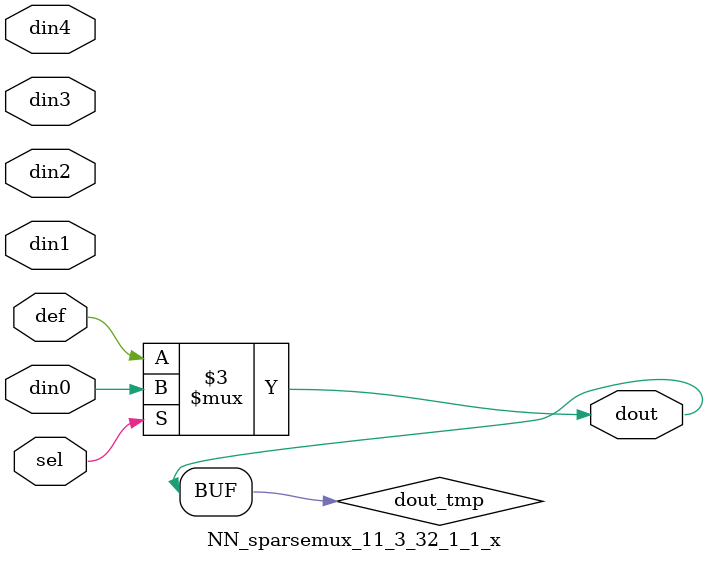
<source format=v>
`timescale 1ns / 1ps

module NN_sparsemux_11_3_32_1_1_x (din0,din1,din2,din3,din4,def,sel,dout);

parameter din0_WIDTH = 1;

parameter din1_WIDTH = 1;

parameter din2_WIDTH = 1;

parameter din3_WIDTH = 1;

parameter din4_WIDTH = 1;

parameter def_WIDTH = 1;
parameter sel_WIDTH = 1;
parameter dout_WIDTH = 1;

parameter [sel_WIDTH-1:0] CASE0 = 1;

parameter [sel_WIDTH-1:0] CASE1 = 1;

parameter [sel_WIDTH-1:0] CASE2 = 1;

parameter [sel_WIDTH-1:0] CASE3 = 1;

parameter [sel_WIDTH-1:0] CASE4 = 1;

parameter ID = 1;
parameter NUM_STAGE = 1;



input [din0_WIDTH-1:0] din0;

input [din1_WIDTH-1:0] din1;

input [din2_WIDTH-1:0] din2;

input [din3_WIDTH-1:0] din3;

input [din4_WIDTH-1:0] din4;

input [def_WIDTH-1:0] def;
input [sel_WIDTH-1:0] sel;

output [dout_WIDTH-1:0] dout;



reg [dout_WIDTH-1:0] dout_tmp;


always @ (*) begin
(* parallel_case *) case (sel)
    
    CASE0 : dout_tmp = din0;
    
    CASE1 : dout_tmp = din1;
    
    CASE2 : dout_tmp = din2;
    
    CASE3 : dout_tmp = din3;
    
    CASE4 : dout_tmp = din4;
    
    default : dout_tmp = def;
endcase
end


assign dout = dout_tmp;



endmodule

</source>
